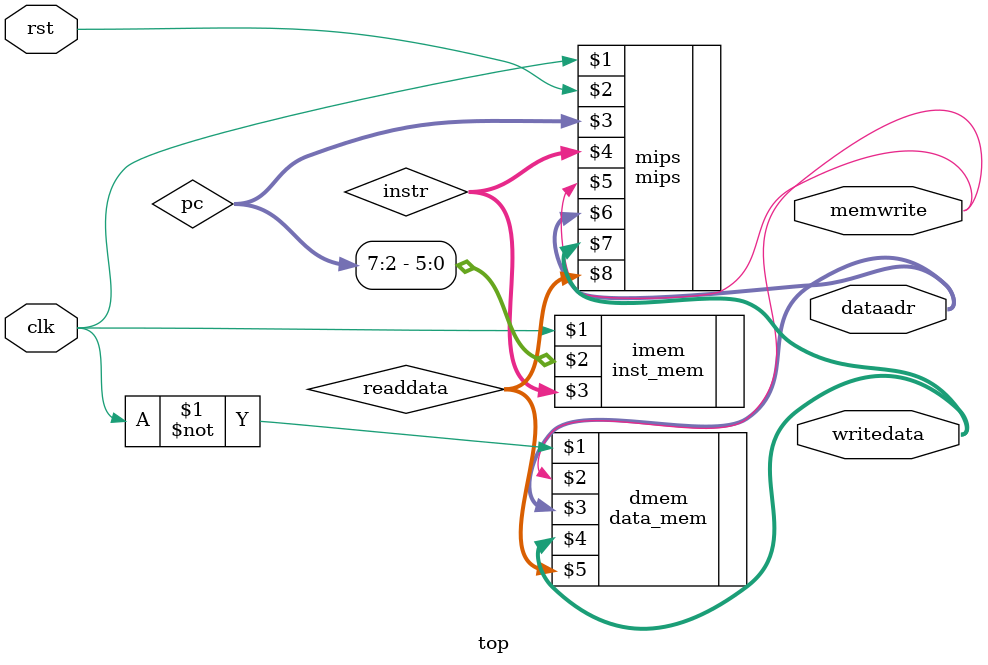
<source format=v>

`timescale 1ns / 1ps


module top(
	input wire clk,rst,
	output wire[31:0] writedata,dataadr,
	output wire memwrite
    );

	wire[31:0] pc,instr,readdata;

	mips mips(clk,rst,pc,instr,memwrite,dataadr,writedata,readdata);
	inst_mem imem(clk,pc[7:2],instr);
	data_mem dmem(~clk,memwrite,dataadr,writedata,readdata);
endmodule

</source>
